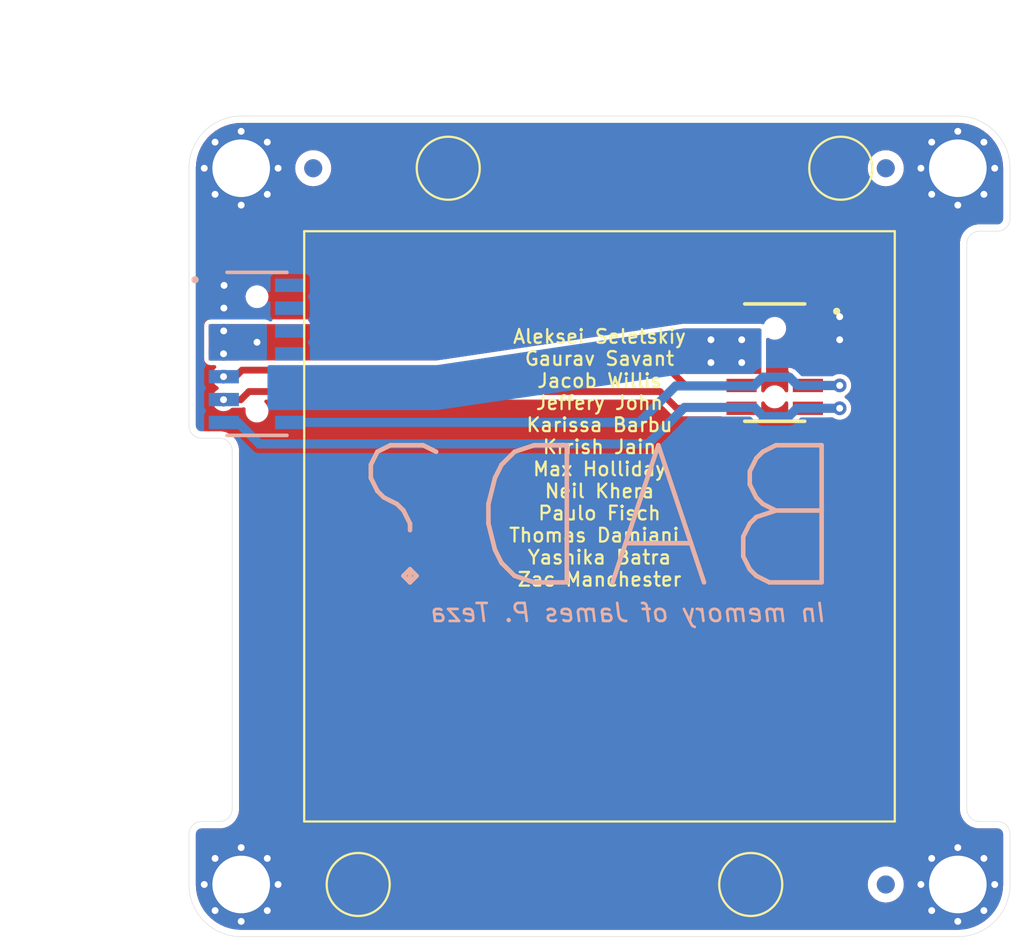
<source format=kicad_pcb>
(kicad_pcb (version 20221018) (generator pcbnew)
  (layers (0 "F.Cu" signal) (31 "B.Cu" signal) (34 "B.Paste" user) (35 "F.Paste" user) (36 "B.SilkS" user "B.Silkscreen") (37 "F.SilkS" user "F.Silkscreen") (38 "B.Mask" user) (39 "F.Mask" user) (44 "Edge.Cuts" user))
  (net 0 "")
  (net 1 "GND")
  (net 2 "SDA1")
  (net 3 "+3V3")
  (net 4 "BATT_P")
  (net 5 "SCL1")
  (net 6 "COIL5_P")
  (net 7 "COIL5_N")
  (footprint "mainboard:MountingHole" (layer "F.Cu") (at 170.3 116.4 -90)
    (fp_text reference "H2" hide)
    (fp_text value "MountingHole_Pad")
    (pad "1" thru_hole circle (at -2.05 0 270) (size 0.762 0.762) (drill 0.381) (layers "*.Cu" "*.Mask") (net 1 "GND"))
    (pad "1" thru_hole circle (at -1.4495 -1.4495 270) (size 0.762 0.762) (drill 0.381) (layers "*.Cu" "*.Mask") (net 1 "GND"))
    (pad "1" thru_hole circle (at -1.4495 1.4495 270) (size 0.762 0.762) (drill 0.381) (layers "*.Cu" "*.Mask") (net 1 "GND"))
    (pad "1" thru_hole circle (at 0 -2.05 270) (size 0.762 0.762) (drill 0.381) (layers "*.Cu" "*.Mask") (net 1 "GND"))
    (pad "1" thru_hole circle (at 0 0 270) (size 5 5) (drill 3.2) (layers "*.Cu" "*.Mask") (net 1 "GND"))
    (pad "1" thru_hole circle (at 0 2.05 270) (size 0.762 0.762) (drill 0.381) (layers "*.Cu" "*.Mask") (net 1 "GND"))
    (pad "1" thru_hole circle (at 1.4495 -1.4495 270) (size 0.762 0.762) (drill 0.381) (layers "*.Cu" "*.Mask") (net 1 "GND"))
    (pad "1" thru_hole circle (at 1.4495 1.4495 270) (size 0.762 0.762) (drill 0.381) (layers "*.Cu" "*.Mask") (net 1 "GND"))
    (pad "1" thru_hole circle (at 2.05 0 270) (size 0.762 0.762) (drill 0.381) (layers "*.Cu" "*.Mask") (net 1 "GND"))
  )
  (footprint "mainboard:MountingHole" (layer "F.Cu") (at 130.5 116.4 -90)
    (fp_text reference "H3" hide)
    (fp_text value "MountingHole_Pad")
    (pad "1" thru_hole circle (at -2.05 0 270) (size 0.762 0.762) (drill 0.381) (layers "*.Cu" "*.Mask") (net 1 "GND"))
    (pad "1" thru_hole circle (at -1.4495 -1.4495 270) (size 0.762 0.762) (drill 0.381) (layers "*.Cu" "*.Mask") (net 1 "GND"))
    (pad "1" thru_hole circle (at -1.4495 1.4495 270) (size 0.762 0.762) (drill 0.381) (layers "*.Cu" "*.Mask") (net 1 "GND"))
    (pad "1" thru_hole circle (at 0 -2.05 270) (size 0.762 0.762) (drill 0.381) (layers "*.Cu" "*.Mask") (net 1 "GND"))
    (pad "1" thru_hole circle (at 0 0 270) (size 5 5) (drill 3.2) (layers "*.Cu" "*.Mask") (net 1 "GND"))
    (pad "1" thru_hole circle (at 0 2.05 270) (size 0.762 0.762) (drill 0.381) (layers "*.Cu" "*.Mask") (net 1 "GND"))
    (pad "1" thru_hole circle (at 1.4495 -1.4495 270) (size 0.762 0.762) (drill 0.381) (layers "*.Cu" "*.Mask") (net 1 "GND"))
    (pad "1" thru_hole circle (at 1.4495 1.4495 270) (size 0.762 0.762) (drill 0.381) (layers "*.Cu" "*.Mask") (net 1 "GND"))
    (pad "1" thru_hole circle (at 2.05 0 270) (size 0.762 0.762) (drill 0.381) (layers "*.Cu" "*.Mask") (net 1 "GND"))
  )
  (footprint "custom-footprints:pycubed_mini_half" (layer "F.Cu") (at 151.1 76)
    (fp_text reference "Ref**" hide)
    (fp_text value "Val**" hide)
  )
  (footprint "Fiducial:Fiducial_1mm_Mask2mm" (layer "F.Cu") (at 166.3 116.4)
    (fp_text reference "REF**" hide)
    (fp_text value "Fiducial_1mm_Mask2mm")
    (pad "" smd circle (at 0 0) (size 1 1) (layers "F.Cu" "F.Mask") (clearance 0.5))
  )
  (footprint "Fiducial:Fiducial_1mm_Mask2mm" (layer "F.Cu") (at 166.3 76.6)
    (fp_text reference "REF**" hide)
    (fp_text value "Fiducial_1mm_Mask2mm")
    (pad "" smd circle (at 0 0) (size 1 1) (layers "F.Cu" "F.Mask") (clearance 0.5))
  )
  (footprint "Fiducial:Fiducial_1mm_Mask2mm" (layer "F.Cu") (at 134.5 76.6)
    (fp_text reference "REF**" hide)
    (fp_text value "Fiducial_1mm_Mask2mm")
    (pad "" smd circle (at 0 0) (size 1 1) (layers "F.Cu" "F.Mask") (clearance 0.5))
  )
  (footprint "mainboard:MountingHole" (layer "F.Cu") (at 130.5 76.6 -90)
    (fp_text reference "H4" hide)
    (fp_text value "MountingHole_Pad")
    (pad "1" thru_hole circle (at -2.05 0 270) (size 0.762 0.762) (drill 0.381) (layers "*.Cu" "*.Mask") (net 1 "GND"))
    (pad "1" thru_hole circle (at -1.4495 -1.4495 270) (size 0.762 0.762) (drill 0.381) (layers "*.Cu" "*.Mask") (net 1 "GND"))
    (pad "1" thru_hole circle (at -1.4495 1.4495 270) (size 0.762 0.762) (drill 0.381) (layers "*.Cu" "*.Mask") (net 1 "GND"))
    (pad "1" thru_hole circle (at 0 -2.05 270) (size 0.762 0.762) (drill 0.381) (layers "*.Cu" "*.Mask") (net 1 "GND"))
    (pad "1" thru_hole circle (at 0 0 270) (size 5 5) (drill 3.2) (layers "*.Cu" "*.Mask") (net 1 "GND"))
    (pad "1" thru_hole circle (at 0 2.05 270) (size 0.762 0.762) (drill 0.381) (layers "*.Cu" "*.Mask") (net 1 "GND"))
    (pad "1" thru_hole circle (at 1.4495 -1.4495 270) (size 0.762 0.762) (drill 0.381) (layers "*.Cu" "*.Mask") (net 1 "GND"))
    (pad "1" thru_hole circle (at 1.4495 1.4495 270) (size 0.762 0.762) (drill 0.381) (layers "*.Cu" "*.Mask") (net 1 "GND"))
    (pad "1" thru_hole circle (at 2.05 0 270) (size 0.762 0.762) (drill 0.381) (layers "*.Cu" "*.Mask") (net 1 "GND"))
  )
  (footprint "mainboard:MountingHole" (layer "F.Cu") (at 170.3 76.6 -90)
    (fp_text reference "H1" hide)
    (fp_text value "MountingHole_Pad")
    (pad "1" thru_hole circle (at -2.05 0 270) (size 0.762 0.762) (drill 0.381) (layers "*.Cu" "*.Mask") (net 1 "GND"))
    (pad "1" thru_hole circle (at -1.4495 -1.4495 270) (size 0.762 0.762) (drill 0.381) (layers "*.Cu" "*.Mask") (net 1 "GND"))
    (pad "1" thru_hole circle (at -1.4495 1.4495 270) (size 0.762 0.762) (drill 0.381) (layers "*.Cu" "*.Mask") (net 1 "GND"))
    (pad "1" thru_hole circle (at 0 -2.05 270) (size 0.762 0.762) (drill 0.381) (layers "*.Cu" "*.Mask") (net 1 "GND"))
    (pad "1" thru_hole circle (at 0 0 270) (size 5 5) (drill 3.2) (layers "*.Cu" "*.Mask") (net 1 "GND"))
    (pad "1" thru_hole circle (at 0 2.05 270) (size 0.762 0.762) (drill 0.381) (layers "*.Cu" "*.Mask") (net 1 "GND"))
    (pad "1" thru_hole circle (at 1.4495 -1.4495 270) (size 0.762 0.762) (drill 0.381) (layers "*.Cu" "*.Mask") (net 1 "GND"))
    (pad "1" thru_hole circle (at 1.4495 1.4495 270) (size 0.762 0.762) (drill 0.381) (layers "*.Cu" "*.Mask") (net 1 "GND"))
    (pad "1" thru_hole circle (at 2.05 0 270) (size 0.762 0.762) (drill 0.381) (layers "*.Cu" "*.Mask") (net 1 "GND"))
  )
  (footprint "batteryboard:SAMTEC_FLE-105-01-X-DV-A" (layer "F.Cu") (at 160.132497 87.400003 -90)
    (fp_text reference "J2" hide)
    (fp_text value "FLE-105-01-X-DV-A")
    (fp_line (start -3.26 1.665) (end -3.26 -1.665) (stroke (width 0.2)) (layer "F.SilkS"))
    (fp_line (start 3.26 1.665) (end 3.26 -1.665) (stroke (width 0.2)) (layer "F.SilkS"))
    (fp_circle (center -2.85 -3.44) (end -2.75 -3.44) (stroke (width 0.2)) (fill none) (layer "F.SilkS"))
    (pad "" np_thru_hole circle (at -1.905 0 270) (size 0.76 0.76) (drill 0.76) (layers "*.Cu" "*.Mask"))
    (pad "" np_thru_hole circle (at 1.905 0 270) (size 0.76 0.76) (drill 0.76) (layers "*.Cu" "*.Mask"))
    (pad "1" smd rect (at -2.54 -1.8425 270) (size 0.74 1.675) (layers "F.Cu" "F.Paste" "F.Mask") (net 1 "GND"))
    (pad "2" smd rect (at -2.54 1.8425 270) (size 0.74 1.675) (layers "F.Cu" "F.Paste" "F.Mask") (net 3 "+3V3"))
    (pad "3" smd rect (at -1.27 -1.8425 270) (size 0.74 1.675) (layers "F.Cu" "F.Paste" "F.Mask") (net 1 "GND"))
    (pad "4" smd rect (at -1.27 1.8425 270) (size 0.74 1.675) (layers "F.Cu" "F.Paste" "F.Mask") (net 4 "BATT_P"))
    (pad "5" smd rect (at 0 -1.8425 270) (size 0.74 1.675) (layers "F.Cu" "F.Paste" "F.Mask"))
    (pad "6" smd rect (at 0 1.8425 270) (size 0.74 1.675) (layers "F.Cu" "F.Paste" "F.Mask") (net 4 "BATT_P"))
    (pad "7" smd rect (at 1.27 -1.8425 270) (size 0.74 1.675) (layers "F.Cu" "F.Paste" "F.Mask") (net 7 "COIL5_N"))
    (pad "8" smd rect (at 1.27 1.8425 270) (size 0.74 1.675) (layers "F.Cu" "F.Paste" "F.Mask") (net 5 "SCL1"))
    (pad "9" smd rect (at 2.54 -1.8425 270) (size 0.74 1.675) (layers "F.Cu" "F.Paste" "F.Mask") (net 6 "COIL5_P"))
    (pad "10" smd rect (at 2.54 1.8425 270) (size 0.74 1.675) (layers "F.Cu" "F.Paste" "F.Mask") (net 2 "SDA1"))
  )
  (footprint "Fiducial:Fiducial_1mm_Mask2mm" (layer "B.Cu") (at 134.5 76.6 180)
    (fp_text reference "REF**" hide)
    (fp_text value "Fiducial_1mm_Mask2mm")
    (pad "" smd circle (at 0 0 180) (size 1 1) (layers "B.Cu" "B.Mask") (clearance 0.5))
  )
  (footprint "Fiducial:Fiducial_1mm_Mask2mm" (layer "B.Cu") (at 166.3 76.6 180)
    (fp_text reference "REF**" hide)
    (fp_text value "Fiducial_1mm_Mask2mm")
    (pad "" smd circle (at 0 0 180) (size 1 1) (layers "B.Cu" "B.Mask") (clearance 0.5))
  )
  (footprint "batteryboard:SAMTEC_FLE-107-01-X-DV-A" (layer "B.Cu") (at 131.377995 86.91499 -90)
    (fp_text reference "J1" hide)
    (fp_text value "FLE-107-01-X-DV-A")
    (fp_line (start -4.53 -1.665) (end -4.53 1.665) (stroke (width 0.2)) (layer "B.SilkS"))
    (fp_line (start 4.53 -1.665) (end 4.53 1.665) (stroke (width 0.2)) (layer "B.SilkS"))
    (fp_circle (center -4.12 3.44) (end -4.02 3.44) (stroke (width 0.2)) (fill none) (layer "B.SilkS"))
    (pad "" np_thru_hole circle (at -3.175 0 270) (size 0.76 0.76) (drill 0.76) (layers "*.Cu" "*.Mask"))
    (pad "" np_thru_hole circle (at 3.175 0 270) (size 0.76 0.76) (drill 0.76) (layers "*.Cu" "*.Mask"))
    (pad "1" smd rect (at -3.81 1.8425 270) (size 0.74 1.675) (layers "B.Cu" "B.Paste" "B.Mask") (net 1 "GND"))
    (pad "2" smd rect (at -3.81 -1.8425 270) (size 0.74 1.675) (layers "B.Cu" "B.Paste" "B.Mask"))
    (pad "3" smd rect (at -2.54 1.8425 270) (size 0.74 1.675) (layers "B.Cu" "B.Paste" "B.Mask") (net 1 "GND"))
    (pad "4" smd rect (at -2.54 -1.8425 270) (size 0.74 1.675) (layers "B.Cu" "B.Paste" "B.Mask"))
    (pad "5" smd rect (at -1.27 1.8425 270) (size 0.74 1.675) (layers "B.Cu" "B.Paste" "B.Mask") (net 3 "+3V3"))
    (pad "6" smd rect (at -1.27 -1.8425 270) (size 0.74 1.675) (layers "B.Cu" "B.Paste" "B.Mask"))
    (pad "7" smd rect (at 0 1.8425 270) (size 0.74 1.675) (layers "B.Cu" "B.Paste" "B.Mask") (net 3 "+3V3"))
    (pad "8" smd rect (at 0 -1.8425 270) (size 0.74 1.675) (layers "B.Cu" "B.Paste" "B.Mask"))
    (pad "9" smd rect (at 1.27 1.8425 270) (size 0.74 1.675) (layers "B.Cu" "B.Paste" "B.Mask") (net 5 "SCL1"))
    (pad "10" smd rect (at 1.27 -1.8425 270) (size 0.74 1.675) (layers "B.Cu" "B.Paste" "B.Mask") (net 4 "BATT_P"))
    (pad "11" smd rect (at 2.54 1.8425 270) (size 0.74 1.675) (layers "B.Cu" "B.Paste" "B.Mask") (net 2 "SDA1"))
    (pad "12" smd rect (at 2.54 -1.8425 270) (size 0.74 1.675) (layers "B.Cu" "B.Paste" "B.Mask") (net 4 "BATT_P"))
    (pad "13" smd rect (at 3.81 1.8425 270) (size 0.74 1.675) (layers "B.Cu" "B.Paste" "B.Mask") (net 6 "COIL5_P"))
    (pad "14" smd rect (at 3.81 -1.8425 270) (size 0.74 1.675) (layers "B.Cu" "B.Paste" "B.Mask") (net 7 "COIL5_N"))
  )
  (footprint "Fiducial:Fiducial_1mm_Mask2mm" (layer "B.Cu") (at 166.3 116.4 180)
    (fp_text reference "REF**" hide)
    (fp_text value "Fiducial_1mm_Mask2mm")
    (pad "" smd circle (at 0 0 180) (size 1 1) (layers "B.Cu" "B.Mask") (clearance 0.5))
  )
  (gr_line (start 166.799997 112.900003) (end 134.000011 112.900003) (stroke (width 0.127)) (layer "F.SilkS"))
  (gr_circle (center 158.800013 116.399996) (end 160.550013 116.399996) (stroke (width 0.127)) (fill none) (layer "F.SilkS"))
  (gr_circle (center 141.999995 76.599999) (end 143.749995 76.599999) (stroke (width 0.127)) (fill none) (layer "F.SilkS"))
  (gr_line (start 166.799997 80.099992) (end 166.799997 112.900003) (stroke (width 0.127)) (layer "F.SilkS"))
  (gr_circle (center 137.000005 116.399996) (end 138.750005 116.399996) (stroke (width 0.127)) (fill none) (layer "F.SilkS"))
  (gr_line (start 134.000011 80.099992) (end 166.799997 80.099992) (stroke (width 0.127)) (layer "F.SilkS"))
  (gr_circle (center 163.800003 76.599999) (end 165.550003 76.599999) (stroke (width 0.127)) (fill none) (layer "F.SilkS"))
  (gr_line (start 134.000011 112.900003) (end 134.000011 80.099992) (stroke (width 0.127)) (layer "F.SilkS"))
  (gr_line (start 171.500001 80.100001) (end 172.499999 80.099999) (stroke (width 0.0254)) (layer "Edge.Cuts"))
  (gr_arc (start 170.800001 80.800001) (mid 171.005026 80.305026) (end 171.500001 80.100001) (stroke (width 0.0254)) (layer "Edge.Cuts"))
  (gr_arc (start 172.499999 112.900001) (mid 172.994974 113.105026) (end 173.199999 113.600001) (stroke (width 0.0254)) (layer "Edge.Cuts"))
  (gr_line (start 170.800001 112.199999) (end 170.800001 80.800001) (stroke (width 0.0254)) (layer "Edge.Cuts"))
  (gr_arc (start 173.199999 79.399999) (mid 172.994974 79.894974) (end 172.499999 80.099999) (stroke (width 0.0254)) (layer "Edge.Cuts"))
  (gr_arc (start 128.3 91.6) (mid 127.805025 91.394975) (end 127.6 90.9) (stroke (width 0.0254)) (layer "Edge.Cuts"))
  (gr_line (start 129.999999 112.199999) (end 130 92.3) (stroke (width 0.0254)) (layer "Edge.Cuts"))
  (gr_arc (start 127.600001 113.600001) (mid 127.805026 113.105026) (end 128.300001 112.900001) (stroke (width 0.0254)) (layer "Edge.Cuts"))
  (gr_line (start 129.3 91.6) (end 128.3 91.6) (stroke (width 0.0254)) (layer "Edge.Cuts"))
  (gr_arc (start 130.5 119.3) (mid 128.44939 118.45061) (end 127.6 116.4) (stroke (width 0.0254)) (layer "Edge.Cuts"))
  (gr_arc (start 129.999999 112.199999) (mid 129.794974 112.694974) (end 129.299999 112.899999) (stroke (width 0.0254)) (layer "Edge.Cuts"))
  (gr_arc (start 173.2 116.4) (mid 172.35061 118.45061) (end 170.3 119.3) (stroke (width 0.0254)) (layer "Edge.Cuts"))
  (gr_arc (start 171.500001 112.899999) (mid 171.005026 112.694974) (end 170.800001 112.199999) (stroke (width 0.0254)) (layer "Edge.Cuts"))
  (gr_line (start 173.2 116.4) (end 173.199999 113.600001) (stroke (width 0.0254)) (layer "Edge.Cuts"))
  (gr_line (start 170.3 119.3) (end 130.5 119.3) (stroke (width 0.0254)) (layer "Edge.Cuts"))
  (gr_arc (start 170.3 73.7) (mid 172.35061 74.54939) (end 173.2 76.6) (stroke (width 0.0254)) (layer "Edge.Cuts"))
  (gr_line (start 170.3 73.7) (end 130.5 73.7) (stroke (width 0.0254)) (layer "Edge.Cuts"))
  (gr_line (start 172.499999 112.900001) (end 171.500001 112.899999) (stroke (width 0.0254)) (layer "Edge.Cuts"))
  (gr_arc (start 129.3 91.6) (mid 129.794975 91.805025) (end 130 92.3) (stroke (width 0.0254)) (layer "Edge.Cuts"))
  (gr_line (start 127.6 90.9) (end 127.6 76.6) (stroke (width 0.0254)) (layer "Edge.Cuts"))
  (gr_line (start 173.199999 79.399999) (end 173.2 76.6) (stroke (width 0.0254)) (layer "Edge.Cuts"))
  (gr_line (start 127.600001 113.600001) (end 127.6 116.4) (stroke (width 0.0254)) (layer "Edge.Cuts"))
  (gr_arc (start 127.6 76.6) (mid 128.44939 74.54939) (end 130.5 73.7) (stroke (width 0.0254)) (layer "Edge.Cuts"))
  (gr_line (start 128.300001 112.900001) (end 129.299999 112.899999) (stroke (width 0.0254)) (layer "Edge.Cuts"))
  (gr_text "BAD?" (at 150.4 96.1) (layer "B.SilkS") (effects (font (size 7.62 7.62) (thickness 0.254)) (justify mirror)))
  (gr_text "In memory of James P. Teza" (at 152 101.3) (layer "B.SilkS") (effects (font (size 1 1) (thickness 0.15) italic) (justify mirror)))
  (gr_text "Aleksei Seletskiy\nGaurav Savant\nJacob Willis\nJeffery John\nKarissa Barbu\nKrrish Jain\nMax Holliday\nNeil Khera\nPaulo Fisch\nThomas Damiani \nYashika Batra\nZac Manchester" (at 150.4 92.7) (layer "F.SilkS") (effects (font (size 0.762 0.762) (thickness 0.127))))
  (via (at 163.74 84.85) (size 0.762) (drill 0.381) (layers "F.Cu" "B.Cu") (net 1))
  (via (at 129.54 84.37) (size 0.762) (drill 0.381) (layers "F.Cu" "B.Cu") (net 1))
  (via (at 163.74 86.13) (size 0.762) (drill 0.381) (layers "F.Cu" "B.Cu") (net 1))
  (via (at 129.55 83.11) (size 0.762) (drill 0.381) (layers "F.Cu" "B.Cu") (net 1))
  (segment (start 153.76 89.01) (end 154.690003 89.940003) (width 0.381) (layer "F.Cu") (net 2))
  (segment (start 154.690003 89.940003) (end 158.289997 89.940003) (width 0.381) (layer "F.Cu") (net 2))
  (segment (start 129.52 89.46) (end 130.48 89.46) (width 0.381) (layer "F.Cu") (net 2))
  (segment (start 130.48 89.46) (end 130.93 89.01) (width 0.381) (layer "F.Cu") (net 2))
  (segment (start 130.93 89.01) (end 153.76 89.01) (width 0.381) (layer "F.Cu") (net 2))
  (via (at 129.52 89.46) (size 0.762) (drill 0.381) (layers "F.Cu" "B.Cu") (net 2))
  (via (at 129.52 86.91) (size 0.762) (drill 0.381) (layers "F.Cu" "B.Cu") (net 3))
  (via (at 129.53 85.64) (size 0.762) (drill 0.381) (layers "F.Cu" "B.Cu") (net 3))
  (via (at 131.38 86.27) (size 0.762) (drill 0.381) (layers "F.Cu" "B.Cu") (net 3))
  (via (at 158.3 86.13) (size 0.762) (drill 0.381) (layers "F.Cu" "B.Cu") (net 4))
  (via (at 158.3 87.4) (size 0.762) (drill 0.381) (layers "F.Cu" "B.Cu") (net 4))
  (via (at 156.59 87.4) (size 0.762) (drill 0.381) (layers "F.Cu" "B.Cu") (net 4))
  (via (at 156.59 86.13) (size 0.762) (drill 0.381) (layers "F.Cu" "B.Cu") (net 4))
  (segment (start 154.32 87.82) (end 155.170003 88.670003) (width 0.381) (layer "F.Cu") (net 5))
  (segment (start 130.55 87.82) (end 154.32 87.82) (width 0.381) (layer "F.Cu") (net 5))
  (segment (start 129.52 88.18) (end 130.19 88.18) (width 0.381) (layer "F.Cu") (net 5))
  (segment (start 130.19 88.18) (end 130.55 87.82) (width 0.381) (layer "F.Cu") (net 5))
  (segment (start 155.170003 88.670003) (end 158.289997 88.670003) (width 0.381) (layer "F.Cu") (net 5))
  (via (at 129.52 88.18) (size 0.762) (drill 0.381) (layers "F.Cu" "B.Cu") (net 5))
  (segment (start 163.738871 89.938871) (end 161.976129 89.938871) (width 0.508) (layer "F.Cu") (net 6))
  (via (at 163.738871 89.938871) (size 0.762) (drill 0.381) (layers "F.Cu" "B.Cu") (net 6))
  (segment (start 161.361129 89.938871) (end 160.9 90.4) (width 0.508) (layer "B.Cu") (net 6))
  (segment (start 163.738871 89.938871) (end 161.361129 89.938871) (width 0.508) (layer "B.Cu") (net 6))
  (segment (start 160.9 90.4) (end 159.51 90.4) (width 0.508) (layer "B.Cu") (net 6))
  (segment (start 131.51 91.92) (end 130.31499 90.72499) (width 0.508) (layer "B.Cu") (net 6))
  (segment (start 159 89.89) (end 155.12 89.89) (width 0.508) (layer "B.Cu") (net 6))
  (segment (start 130.31499 90.72499) (end 129.535495 90.72499) (width 0.508) (layer "B.Cu") (net 6))
  (segment (start 153.09 91.92) (end 131.51 91.92) (width 0.508) (layer "B.Cu") (net 6))
  (segment (start 159.51 90.4) (end 159 89.89) (width 0.508) (layer "B.Cu") (net 6))
  (segment (start 155.12 89.89) (end 153.09 91.92) (width 0.508) (layer "B.Cu") (net 6))
  (segment (start 163.74 88.67) (end 161.975 88.67) (width 0.508) (layer "F.Cu") (net 7))
  (via (at 163.74 88.67) (size 0.762) (drill 0.381) (layers "F.Cu" "B.Cu") (net 7))
  (segment (start 159.46 88.21) (end 158.974572 88.695428) (width 0.508) (layer "B.Cu") (net 7))
  (segment (start 161.41 88.67) (end 160.95 88.21) (width 0.508) (layer "B.Cu") (net 7))
  (segment (start 160.95 88.21) (end 159.46 88.21) (width 0.508) (layer "B.Cu") (net 7))
  (segment (start 152.60501 90.72499) (end 133.220495 90.72499) (width 0.508) (layer "B.Cu") (net 7))
  (segment (start 158.974572 88.695428) (end 154.634572 88.695428) (width 0.508) (layer "B.Cu") (net 7))
  (segment (start 163.74 88.67) (end 161.41 88.67) (width 0.508) (layer "B.Cu") (net 7))
  (segment (start 154.634572 88.695428) (end 152.60501 90.72499) (width 0.508) (layer "B.Cu") (net 7))
  (zone (net 3) (net_name "+3V3") (layer "F.Cu") (priority 1) (connect_pads yes (clearance 0)) (min_thickness 0.2032) (fill yes (thermal_gap 0.508) (thermal_bridge_width 0.508))
    (polygon (pts (xy 155.03 83.33) (xy 159.39 83.33) (xy 159.39 85.24) (xy 155.04 85.24) (xy 141.35 87.28) (xy 128.7 87.28) (xy 128.7 85.26) (xy 141.35 85.26)))
  )
  (zone (net 4) (net_name "BATT_P") (layer "F.Cu") (priority 1) (connect_pads yes (clearance 0)) (min_thickness 0.2032) (fill yes (thermal_gap 0.508) (thermal_bridge_width 0.508))
    (polygon (pts (xy 159.390092 88.03002) (xy 155.070001 88.03) (xy 155.07 85.5) (xy 159.39 85.5)))
  )
  (zone (net 1) (net_name "GND") (layer "F.Cu") (connect_pads yes (clearance 0)) (min_thickness 0.2032) (fill yes (thermal_gap 0.508) (thermal_bridge_width 0.508))
    (polygon (pts (xy 173.9 120) (xy 126.9 120) (xy 126.9 73) (xy 173.9 73)))
  )
  (zone (net 1) (net_name "GND") (layer "B.Cu") (connect_pads yes (clearance 0)) (min_thickness 0.2032) (fill yes (thermal_gap 0.508) (thermal_bridge_width 0.508))
    (polygon (pts (xy 174 120.1) (xy 126.8 120.1) (xy 126.8 72.9) (xy 174 72.9)))
  )
  (zone (net 4) (net_name "BATT_P") (layer "B.Cu") (priority 1) (connect_pads yes (clearance 0)) (min_thickness 0.2032) (fill yes (thermal_gap 0.508) (thermal_bridge_width 0.508))
    (polygon (pts (xy 141.379789 87.538564) (xy 155.069789 85.498564) (xy 159.389789 85.498564) (xy 159.39 88.03) (xy 155.07 88.03) (xy 141.379789 90.038564) (xy 131.959789 90.037799) (xy 131.959789 87.538564)))
  )
  (zone (net 3) (net_name "+3V3") (layer "B.Cu") (priority 1) (connect_pads yes (clearance 0)) (min_thickness 0.254) (fill yes (thermal_gap 0.508) (thermal_bridge_width 0.508))
    (polygon (pts (xy 131.93 87.28) (xy 128.7 87.28) (xy 128.7 85.26) (xy 131.93 85.26)))
  )
)
</source>
